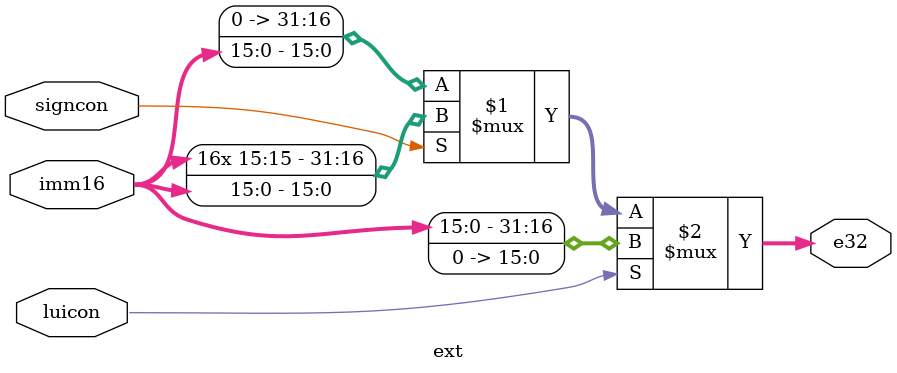
<source format=v>
`timescale 1ns / 1ps
module ext(
    input luicon,
    input [15:0] imm16,
    input signcon,
    output  [31:0] e32
    );
	 assign e32=(luicon)? {{imm16},{16{1'b0}}} :
			(signcon)? {{16{imm16[15]}},{imm16}} : {{16{1'b0}},{imm16}};
	 /*
always @* begin
				if(luicon)e32={{imm16},{16{1'b0}}};
				else if(signcon)e32={{16{imm16[15]}},{imm16}};
				else e32={{16{1'b0}},{imm16}};
				end*/

endmodule

</source>
